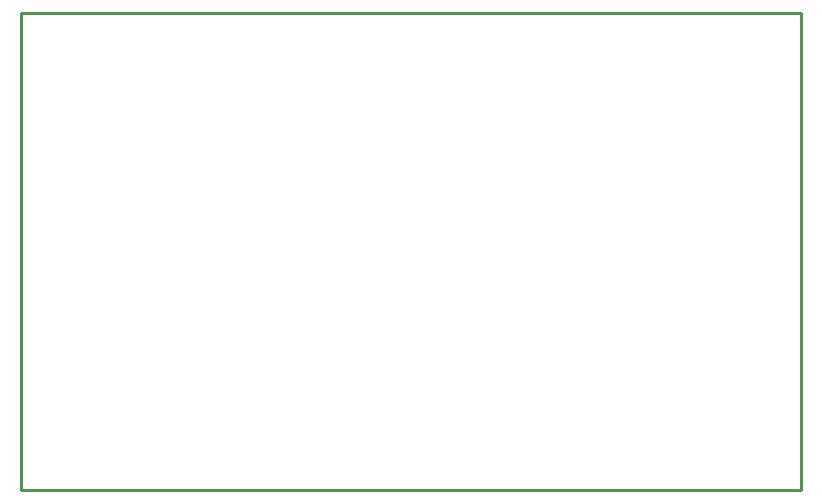
<source format=gbr>
G04 EAGLE Gerber X2 export*
%TF.Part,Single*%
%TF.FileFunction,Profile,NP*%
%TF.FilePolarity,Positive*%
%TF.GenerationSoftware,Autodesk,EAGLE,9.0.0*%
%TF.CreationDate,2018-06-01T03:22:50Z*%
G75*
%MOMM*%
%FSLAX34Y34*%
%LPD*%
%AMOC8*
5,1,8,0,0,1.08239X$1,22.5*%
G01*
%ADD10C,0.254000*%


D10*
X-12700Y0D02*
X647500Y0D01*
X647500Y403100D01*
X-12700Y403100D01*
X-12700Y0D01*
M02*

</source>
